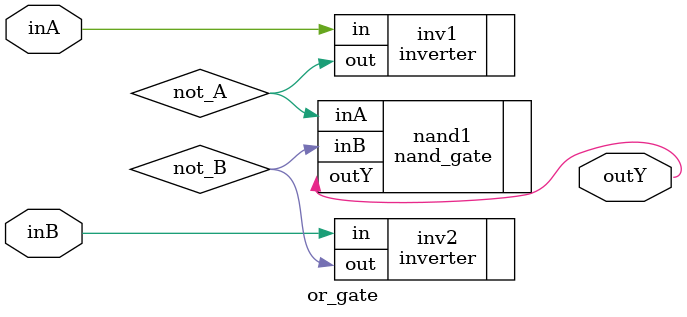
<source format=sv>
module or_gate (
    input inA,
    input inB,
    output outY
);
    // OR gate built using De Morgan's law: A | B = ~(~A & ~B)
    // Step 1: Invert A and B
    wire not_A, not_B;
    inverter inv1 (
        .in(inA),
        .out(not_A)
    );
    
    inverter inv2 (
        .in(inB),
        .out(not_B)
    );
    
    // Step 2: NAND the inverted inputs: ~A NAND ~B = ~(~A & ~B) = A | B
    nand_gate nand1 (
        .inA(not_A),
        .inB(not_B),
        .outY(outY)
    );
endmodule
</source>
